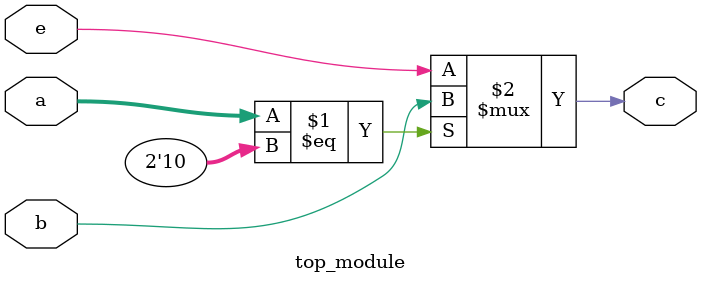
<source format=v>
module top_module(
input [1:0] a,
input b,e, 
output c
    );
  
    assign c = (a==2) ? b : e;
  
endmodule

</source>
